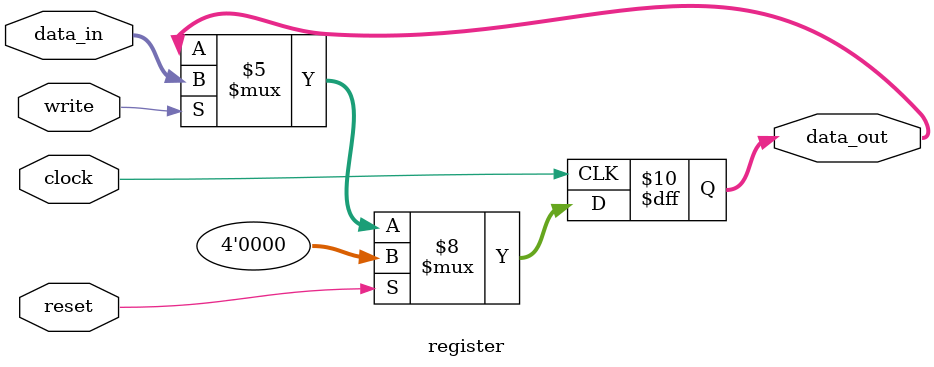
<source format=v>

module register(
	input wire clock,
	input wire reset,
	input wire write,
	input wire [3:0] data_in,
	output reg [3:0] data_out);
	
	always @(posedge clock) begin
		if (reset==1'b1) begin
			data_out <= 4'h0;
		end else if (write==1'b1) begin
			data_out <=data_in;
		end else begin
			data_out <= data_out;
		end
	end
endmodule
		
		
		
		
</source>
